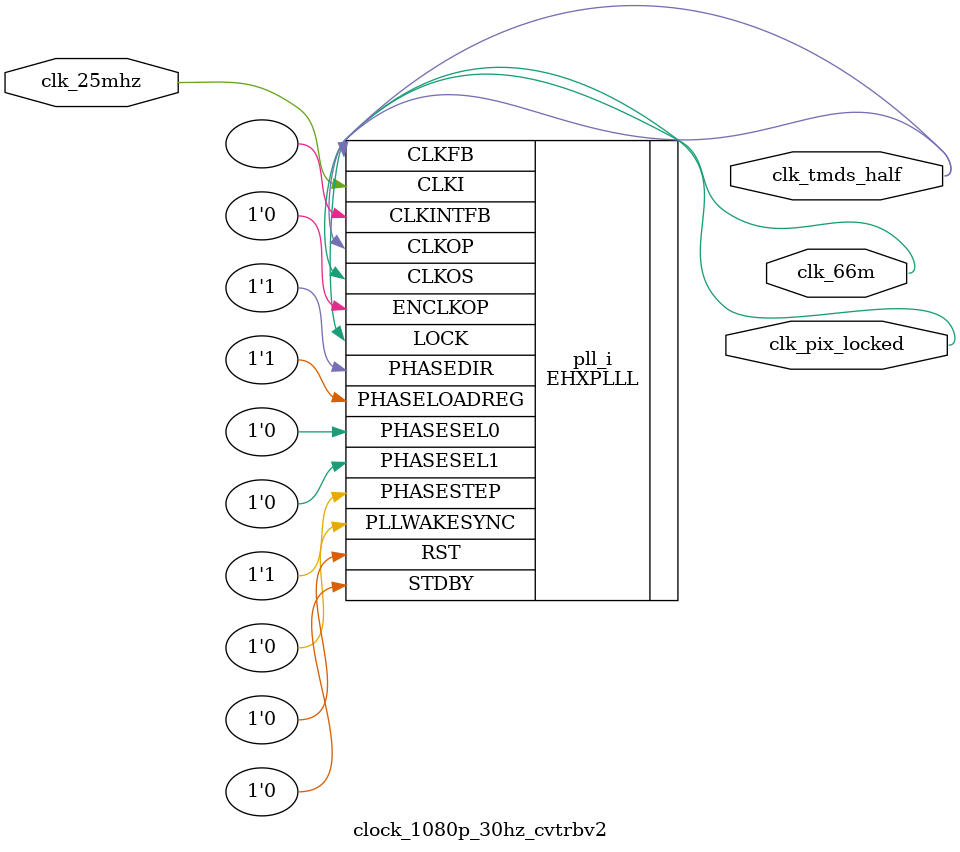
<source format=sv>
module clock_1080p_30hz_cvtrbv2
(
    input clk_25mhz, // 25 MHz, 0 deg
    output clk_tmds_half, // 329.167 MHz, 0 deg
    output clk_66m, // 65.8333 MHz, 0 deg
    output clk_pix_locked
);
(* FREQUENCY_PIN_CLKI="25" *)
(* FREQUENCY_PIN_CLKOP="329.167" *)
(* FREQUENCY_PIN_CLKOS="65.8333" *)
(* ICP_CURRENT="12" *) (* LPF_RESISTOR="8" *) (* MFG_ENABLE_FILTEROPAMP="1" *) (* MFG_GMCREF_SEL="2" *)
EHXPLLL #(
        .PLLRST_ENA("DISABLED"),
        .INTFB_WAKE("DISABLED"),
        .STDBY_ENABLE("DISABLED"),
        .DPHASE_SOURCE("DISABLED"),
        .OUTDIVIDER_MUXA("DIVA"),
        .OUTDIVIDER_MUXB("DIVB"),
        .OUTDIVIDER_MUXC("DIVC"),
        .OUTDIVIDER_MUXD("DIVD"),
        .CLKI_DIV(6),
        .CLKOP_ENABLE("ENABLED"),
        .CLKOP_DIV(2),
        .CLKOP_CPHASE(0),
        .CLKOP_FPHASE(0),
        .CLKOS_ENABLE("ENABLED"),
        .CLKOS_DIV(10),
        .CLKOS_CPHASE(0),
        .CLKOS_FPHASE(0),
        .FEEDBK_PATH("CLKOP"),
        .CLKFB_DIV(79)
    ) pll_i (
        .RST(1'b0),
        .STDBY(1'b0),
        .CLKI(clk_25mhz),
        .CLKOP(clk_tmds_half),
        .CLKOS(clk_66m),
        .CLKFB(clk_tmds_half),
        .CLKINTFB(),
        .PHASESEL0(1'b0),
        .PHASESEL1(1'b0),
        .PHASEDIR(1'b1),
        .PHASESTEP(1'b1),
        .PHASELOADREG(1'b1),
        .PLLWAKESYNC(1'b0),
        .ENCLKOP(1'b0),
		.LOCK(clk_pix_locked)
	);
endmodule

</source>
